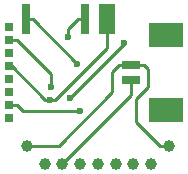
<source format=gbl>
G04 #@! TF.FileFunction,Copper,L2,Bot,Signal*
%FSLAX46Y46*%
G04 Gerber Fmt 4.6, Leading zero omitted, Abs format (unit mm)*
G04 Created by KiCad (PCBNEW (2015-08-03 BZR 6047)-product) date Mon 05 Oct 2015 04:51:26 PM CEST*
%MOMM*%
G01*
G04 APERTURE LIST*
%ADD10C,0.100000*%
%ADD11C,1.000000*%
%ADD12R,0.800000X0.800000*%
%ADD13R,1.600000X0.800000*%
%ADD14R,3.000000X2.100000*%
%ADD15R,0.800000X2.540000*%
%ADD16R,1.400000X2.540000*%
%ADD17C,0.600000*%
%ADD18C,0.250000*%
G04 APERTURE END LIST*
D10*
D11*
X103000000Y-100000000D03*
X104500000Y-100000000D03*
X106000000Y-100000000D03*
X107500000Y-100000000D03*
X109000000Y-100000000D03*
X110500000Y-100000000D03*
X112000000Y-100000000D03*
X101500000Y-98500000D03*
X113500000Y-98500000D03*
D12*
X100000000Y-88400000D03*
X100000000Y-89500000D03*
X100000000Y-90600000D03*
X100000000Y-91700000D03*
X100000000Y-92800000D03*
X100000000Y-93900000D03*
X100000000Y-95000000D03*
X100000000Y-96100000D03*
D13*
X110350000Y-91625000D03*
X110350000Y-92875000D03*
D14*
X113250000Y-89075000D03*
X113250000Y-95425000D03*
D15*
X101450000Y-87750000D03*
X106450000Y-87750000D03*
D16*
X108250000Y-87750000D03*
D17*
X103484355Y-94549859D03*
X109750000Y-89750000D03*
X105124993Y-94432943D03*
X106000010Y-95500000D03*
X105750000Y-91500000D03*
X103499992Y-93500000D03*
X105000000Y-89250000D03*
D18*
X108250000Y-87750000D02*
X108250000Y-90208478D01*
X100210232Y-91700000D02*
X103060091Y-94549859D01*
X108250000Y-90208478D02*
X103908619Y-94549859D01*
X103908619Y-94549859D02*
X103484355Y-94549859D01*
X100000000Y-91700000D02*
X100210232Y-91700000D01*
X103060091Y-94549859D02*
X103484355Y-94549859D01*
X105124993Y-94432943D02*
X109750000Y-89807936D01*
X109750000Y-89807936D02*
X109750000Y-89750000D01*
X100000000Y-95000000D02*
X100650000Y-95000000D01*
X100650000Y-95000000D02*
X101150000Y-95500000D01*
X101150000Y-95500000D02*
X105750000Y-95500000D01*
X105750000Y-95500000D02*
X106000010Y-95500000D01*
X105750000Y-91500000D02*
X102000000Y-87750000D01*
X102000000Y-87750000D02*
X101450000Y-87750000D01*
X109300000Y-91625000D02*
X110350000Y-91625000D01*
X104175002Y-98500000D02*
X108732320Y-93942682D01*
X108732320Y-93942682D02*
X108732320Y-92192680D01*
X108732320Y-92192680D02*
X109300000Y-91625000D01*
X101500000Y-98500000D02*
X104175002Y-98500000D01*
X110350000Y-91625000D02*
X111400000Y-91625000D01*
X111400000Y-91625000D02*
X111750000Y-91975000D01*
X111750000Y-91975000D02*
X111750000Y-93500000D01*
X111750000Y-93500000D02*
X110750000Y-94500000D01*
X110750000Y-94500000D02*
X110750000Y-96457106D01*
X110750000Y-96457106D02*
X112792894Y-98500000D01*
X112792894Y-98500000D02*
X113500000Y-98500000D01*
X100650000Y-89500000D02*
X103499992Y-92349992D01*
X103499992Y-93075736D02*
X103499992Y-93500000D01*
X100000000Y-89500000D02*
X100650000Y-89500000D01*
X103499992Y-92349992D02*
X103499992Y-93075736D01*
X110350000Y-92875000D02*
X110350000Y-94150000D01*
X110350000Y-94150000D02*
X104999999Y-99500001D01*
X104999999Y-99500001D02*
X104500000Y-100000000D01*
X105000000Y-88825736D02*
X105000000Y-89250000D01*
X105000000Y-88550000D02*
X105000000Y-88825736D01*
X105800000Y-87750000D02*
X105000000Y-88550000D01*
X106450000Y-87750000D02*
X105800000Y-87750000D01*
M02*

</source>
